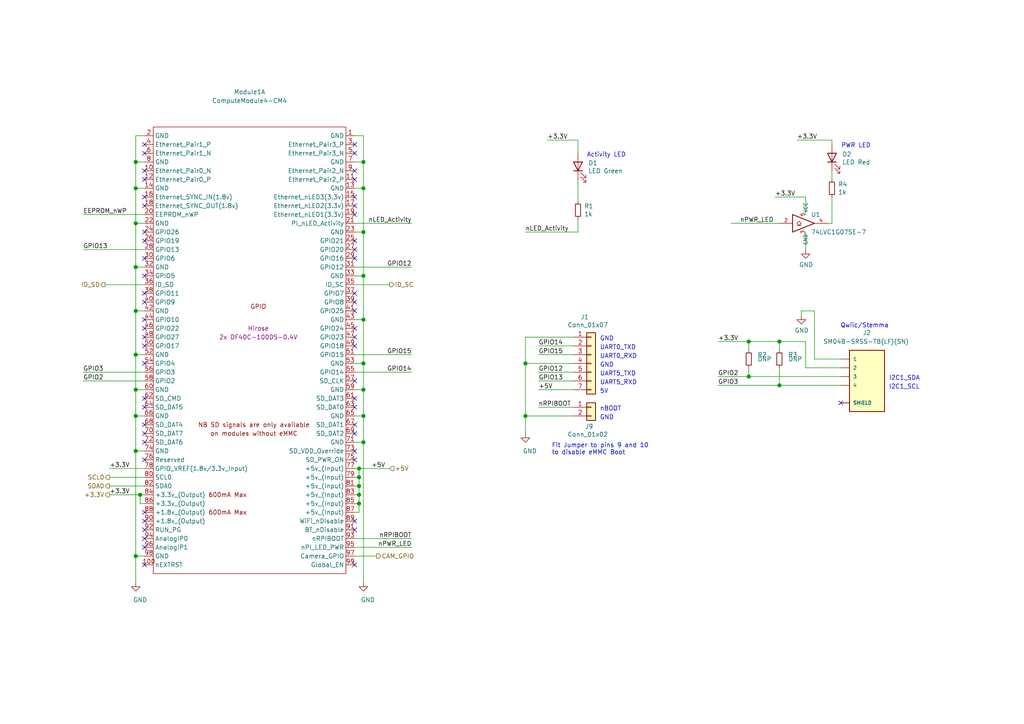
<source format=kicad_sch>
(kicad_sch (version 20210406) (generator eeschema)
  (paper "A4")
  (title_block (title "Raspberry Pi Compute Module 4 Carrier for SPIKE Prime") (date "2020-10-31") (rev "v01") (comment 2 "creativecommons.org/licenses/by-sa/4.0") (comment 3 "License: CC BY 4.0") (comment 4 "Author: Eric Wu"))
  (lib_symbols
    (symbol "CM4IO:74LVC1G07_copy"
      (property "Reference" "U" (at -2.54 3.81 0))
      (property "Value" "74LVC1G07_copy" (at 0 -3.81 0))
      (symbol "74LVC1G07_copy_0_1"
        (polyline (pts (xy -2.54 -0.635) (xy -1.27 -0.635)))
        (polyline (pts (xy -3.81 2.54) (xy -3.81 -2.54) (xy 2.54 0) (xy -3.81 2.54)) (stroke (width 0.254)))
        (polyline (pts (xy -1.905 0.635) (xy -2.54 0) (xy -1.905 -0.635) (xy -1.27 0) (xy -1.905 0.635)))
      )
      (symbol "74LVC1G07_copy_1_1"
        (pin input line (at -7.62 0 0) (length 3.81) (name "~") (number "2"))
        (pin power_in line (at 0 -2.54 270) (length 0) (name "GND") (number "3"))
        (pin open_collector line (at 6.35 0 180) (length 3.81) (name "~") (number "4"))
        (pin power_in line (at 0 2.54 90) (length 0) (name "VCC") (number "5"))
      )
    )
    (symbol "CM4IO:ComputeModule4-CM4"
      (property "Reference" "Module" (at 113.03 -68.58 0))
      (property "Value" "ComputeModule4-CM4" (at 140.97 2.54 0))
      (property "Manufacturer" "Hirose" (at 0 0 0))
      (property "MPN" "2x DF40C-100DS-0.4V" (at 0 -2.54 0))
      (property "MPN (Alt)" "2x DF40HC(3.0)-100DS-0.4V" (at 0 0 0))
      (symbol "ComputeModule4-CM4_1_0"
        (text "GPIO" (at 0 6.35 0) (effects (font (size 1.27 1.27))))
      )
      (symbol "ComputeModule4-CM4_1_1"
        (text "600mA Max" (at -8.89 -53.34 0) (effects (font (size 1.27 1.27))))
        (text "600mA Max" (at -8.89 -48.26 0) (effects (font (size 1.27 1.27))))
        (text "NB SD signals are only available" (at -1.27 -27.94 0) (effects (font (size 1.27 1.27))))
        (text "on modules without eMMC" (at -1.27 -30.48 0) (effects (font (size 1.27 1.27))))
        (rectangle (start -30.48 -71.12) (end 25.4 58.42))
        (pin power_in line (at 27.94 55.88 180) (length 2.54) (name "GND") (number "1"))
        (pin passive line (at -33.02 45.72 0) (length 2.54) (name "Ethernet_Pair0_N") (number "10"))
        (pin output line (at -33.02 -68.58 0) (length 2.54) (name "nEXTRST") (number "100"))
        (pin passive line (at 27.94 43.18 180) (length 2.54) (name "Ethernet_Pair2_P") (number "11"))
        (pin passive line (at -33.02 43.18 0) (length 2.54) (name "Ethernet_Pair0_P") (number "12"))
        (pin power_in line (at 27.94 40.64 180) (length 2.54) (name "GND") (number "13"))
        (pin power_in line (at -33.02 40.64 0) (length 2.54) (name "GND") (number "14"))
        (pin output line (at 27.94 38.1 180) (length 2.54) (name "Ethernet_nLED3(3.3v)") (number "15"))
        (pin input line (at -33.02 38.1 0) (length 2.54) (name "Ethernet_SYNC_IN(1.8v)") (number "16"))
        (pin output line (at 27.94 35.56 180) (length 2.54) (name "Ethernet_nLED2(3.3v)") (number "17"))
        (pin input line (at -33.02 35.56 0) (length 2.54) (name "Ethernet_SYNC_OUT(1.8v)") (number "18"))
        (pin output line (at 27.94 33.02 180) (length 2.54) (name "Ethernet_nLED1(3.3v)") (number "19"))
        (pin power_in line (at -33.02 55.88 0) (length 2.54) (name "GND") (number "2"))
        (pin passive line (at -33.02 33.02 0) (length 2.54) (name "EEPROM_nWP") (number "20"))
        (pin open_collector line (at 27.94 30.48 180) (length 2.54) (name "PI_nLED_Activity") (number "21"))
        (pin power_in line (at -33.02 30.48 0) (length 2.54) (name "GND") (number "22"))
        (pin power_in line (at 27.94 27.94 180) (length 2.54) (name "GND") (number "23"))
        (pin passive line (at -33.02 27.94 0) (length 2.54) (name "GPIO26") (number "24"))
        (pin passive line (at 27.94 25.4 180) (length 2.54) (name "GPIO21") (number "25"))
        (pin passive line (at -33.02 25.4 0) (length 2.54) (name "GPIO19") (number "26"))
        (pin passive line (at 27.94 22.86 180) (length 2.54) (name "GPIO20") (number "27"))
        (pin passive line (at -33.02 22.86 0) (length 2.54) (name "GPIO13") (number "28"))
        (pin passive line (at 27.94 20.32 180) (length 2.54) (name "GPIO16") (number "29"))
        (pin passive line (at 27.94 53.34 180) (length 2.54) (name "Ethernet_Pair3_P") (number "3"))
        (pin passive line (at -33.02 20.32 0) (length 2.54) (name "GPIO6") (number "30"))
        (pin passive line (at 27.94 17.78 180) (length 2.54) (name "GPIO12") (number "31"))
        (pin power_in line (at -33.02 17.78 0) (length 2.54) (name "GND") (number "32"))
        (pin power_in line (at 27.94 15.24 180) (length 2.54) (name "GND") (number "33"))
        (pin passive line (at -33.02 15.24 0) (length 2.54) (name "GPIO5") (number "34"))
        (pin passive line (at 27.94 12.7 180) (length 2.54) (name "ID_SC") (number "35"))
        (pin passive line (at -33.02 12.7 0) (length 2.54) (name "ID_SD") (number "36"))
        (pin passive line (at 27.94 10.16 180) (length 2.54) (name "GPIO7") (number "37"))
        (pin passive line (at -33.02 10.16 0) (length 2.54) (name "GPIO11") (number "38"))
        (pin passive line (at 27.94 7.62 180) (length 2.54) (name "GPIO8") (number "39"))
        (pin passive line (at -33.02 53.34 0) (length 2.54) (name "Ethernet_Pair1_P") (number "4"))
        (pin passive line (at -33.02 7.62 0) (length 2.54) (name "GPIO9") (number "40"))
        (pin passive line (at 27.94 5.08 180) (length 2.54) (name "GPIO25") (number "41"))
        (pin power_in line (at -33.02 5.08 0) (length 2.54) (name "GND") (number "42"))
        (pin power_in line (at 27.94 2.54 180) (length 2.54) (name "GND") (number "43"))
        (pin passive line (at -33.02 2.54 0) (length 2.54) (name "GPIO10") (number "44"))
        (pin passive line (at 27.94 0 180) (length 2.54) (name "GPIO24") (number "45"))
        (pin passive line (at -33.02 0 0) (length 2.54) (name "GPIO22") (number "46"))
        (pin passive line (at 27.94 -2.54 180) (length 2.54) (name "GPIO23") (number "47"))
        (pin passive line (at -33.02 -2.54 0) (length 2.54) (name "GPIO27") (number "48"))
        (pin passive line (at 27.94 -5.08 180) (length 2.54) (name "GPIO18") (number "49"))
        (pin passive line (at 27.94 50.8 180) (length 2.54) (name "Ethernet_Pair3_N") (number "5"))
        (pin passive line (at -33.02 -5.08 0) (length 2.54) (name "GPIO17") (number "50"))
        (pin passive line (at 27.94 -7.62 180) (length 2.54) (name "GPIO15") (number "51"))
        (pin power_in line (at -33.02 -7.62 0) (length 2.54) (name "GND") (number "52"))
        (pin power_in line (at 27.94 -10.16 180) (length 2.54) (name "GND") (number "53"))
        (pin passive line (at -33.02 -10.16 0) (length 2.54) (name "GPIO4") (number "54"))
        (pin passive line (at 27.94 -12.7 180) (length 2.54) (name "GPIO14") (number "55"))
        (pin passive line (at -33.02 -12.7 0) (length 2.54) (name "GPIO3") (number "56"))
        (pin passive line (at 27.94 -15.24 180) (length 2.54) (name "SD_CLK") (number "57"))
        (pin passive line (at -33.02 -15.24 0) (length 2.54) (name "GPIO2") (number "58"))
        (pin power_in line (at 27.94 -17.78 180) (length 2.54) (name "GND") (number "59"))
        (pin passive line (at -33.02 50.8 0) (length 2.54) (name "Ethernet_Pair1_N") (number "6"))
        (pin power_in line (at -33.02 -17.78 0) (length 2.54) (name "GND") (number "60"))
        (pin passive line (at 27.94 -20.32 180) (length 2.54) (name "SD_DAT3") (number "61"))
        (pin passive line (at -33.02 -20.32 0) (length 2.54) (name "SD_CMD") (number "62"))
        (pin passive line (at 27.94 -22.86 180) (length 2.54) (name "SD_DAT0") (number "63"))
        (pin passive line (at -33.02 -22.86 0) (length 2.54) (name "SD_DAT5") (number "64"))
        (pin power_in line (at 27.94 -25.4 180) (length 2.54) (name "GND") (number "65"))
        (pin power_in line (at -33.02 -25.4 0) (length 2.54) (name "GND") (number "66"))
        (pin passive line (at 27.94 -27.94 180) (length 2.54) (name "SD_DAT1") (number "67"))
        (pin passive line (at -33.02 -27.94 0) (length 2.54) (name "SD_DAT4") (number "68"))
        (pin passive line (at 27.94 -30.48 180) (length 2.54) (name "SD_DAT2") (number "69"))
        (pin power_in line (at 27.94 48.26 180) (length 2.54) (name "GND") (number "7"))
        (pin passive line (at -33.02 -30.48 0) (length 2.54) (name "SD_DAT7") (number "70"))
        (pin power_in line (at 27.94 -33.02 180) (length 2.54) (name "GND") (number "71"))
        (pin passive line (at -33.02 -33.02 0) (length 2.54) (name "SD_DAT6") (number "72"))
        (pin input line (at 27.94 -35.56 180) (length 2.54) (name "SD_VDD_Override") (number "73"))
        (pin power_in line (at -33.02 -35.56 0) (length 2.54) (name "GND") (number "74"))
        (pin output line (at 27.94 -38.1 180) (length 2.54) (name "SD_PWR_ON") (number "75"))
        (pin passive line (at -33.02 -38.1 0) (length 2.54) (name "Reserved") (number "76"))
        (pin power_in line (at 27.94 -40.64 180) (length 2.54) (name "+5v_(Input)") (number "77"))
        (pin power_in line (at -33.02 -40.64 0) (length 2.54) (name "GPIO_VREF(1.8v/3.3v_Input)") (number "78"))
        (pin power_in line (at 27.94 -43.18 180) (length 2.54) (name "+5v_(Input)") (number "79"))
        (pin power_in line (at -33.02 48.26 0) (length 2.54) (name "GND") (number "8"))
        (pin passive line (at -33.02 -43.18 0) (length 2.54) (name "SCL0") (number "80"))
        (pin power_in line (at 27.94 -45.72 180) (length 2.54) (name "+5v_(Input)") (number "81"))
        (pin passive line (at -33.02 -45.72 0) (length 2.54) (name "SDA0") (number "82"))
        (pin power_in line (at 27.94 -48.26 180) (length 2.54) (name "+5v_(Input)") (number "83"))
        (pin power_out line (at -33.02 -48.26 0) (length 2.54) (name "+3.3v_(Output)") (number "84"))
        (pin power_in line (at 27.94 -50.8 180) (length 2.54) (name "+5v_(Input)") (number "85"))
        (pin power_out line (at -33.02 -50.8 0) (length 2.54) (name "+3.3v_(Output)") (number "86"))
        (pin power_in line (at 27.94 -53.34 180) (length 2.54) (name "+5v_(Input)") (number "87"))
        (pin power_out line (at -33.02 -53.34 0) (length 2.54) (name "+1.8v_(Output)") (number "88"))
        (pin power_in line (at 27.94 -55.88 180) (length 2.54) (name "WiFi_nDisable") (number "89"))
        (pin passive line (at 27.94 45.72 180) (length 2.54) (name "Ethernet_Pair2_N") (number "9"))
        (pin power_out line (at -33.02 -55.88 0) (length 2.54) (name "+1.8v_(Output)") (number "90"))
        (pin power_in line (at 27.94 -58.42 180) (length 2.54) (name "BT_nDisable") (number "91"))
        (pin passive line (at -33.02 -58.42 0) (length 2.54) (name "RUN_PG") (number "92"))
        (pin input line (at 27.94 -60.96 180) (length 2.54) (name "nRPIBOOT") (number "93"))
        (pin passive line (at -33.02 -60.96 0) (length 2.54) (name "AnalogIP0") (number "94"))
        (pin output line (at 27.94 -63.5 180) (length 2.54) (name "nPI_LED_PWR") (number "95"))
        (pin passive line (at -33.02 -63.5 0) (length 2.54) (name "AnalogIP1") (number "96"))
        (pin passive line (at 27.94 -66.04 180) (length 2.54) (name "Camera_GPIO") (number "97"))
        (pin power_in line (at -33.02 -66.04 0) (length 2.54) (name "GND") (number "98"))
        (pin input line (at 27.94 -68.58 180) (length 2.54) (name "Global_EN") (number "99"))
      )
      (symbol "ComputeModule4-CM4_2_1"
        (text "High Speed Serial" (at 140.97 0 0) (effects (font (size 1.27 1.27))))
        (rectangle (start 114.3 -66.04) (end 165.1 63.5))
        (pin input line (at 170.18 60.96 180) (length 5.08) (name "USB_OTG_ID") (number "101"))
        (pin input line (at 109.22 60.96 0) (length 5.08) (name "PCIe_CLK_nREQ") (number "102"))
        (pin passive line (at 170.18 58.42 180) (length 5.08) (name "USB2_N") (number "103"))
        (pin passive line (at 109.22 58.42 0) (length 5.08) (name "Reserved") (number "104"))
        (pin passive line (at 170.18 55.88 180) (length 5.08) (name "USB2_P") (number "105"))
        (pin passive line (at 109.22 55.88 0) (length 5.08) (name "Reserved") (number "106"))
        (pin power_in line (at 170.18 53.34 180) (length 5.08) (name "GND") (number "107"))
        (pin power_in line (at 109.22 53.34 0) (length 5.08) (name "GND") (number "108"))
        (pin bidirectional line (at 170.18 50.8 180) (length 5.08) (name "PCIe_nRST") (number "109"))
        (pin output line (at 109.22 50.8 0) (length 5.08) (name "PCIe_CLK_P") (number "110"))
        (pin passive line (at 170.18 48.26 180) (length 5.08) (name "VDAC_COMP") (number "111"))
        (pin output line (at 109.22 48.26 0) (length 5.08) (name "PCIe_CLK_N") (number "112"))
        (pin power_in line (at 170.18 45.72 180) (length 5.08) (name "GND") (number "113"))
        (pin power_in line (at 109.22 45.72 0) (length 5.08) (name "GND") (number "114"))
        (pin input line (at 170.18 43.18 180) (length 5.08) (name "CAM1_D0_N") (number "115"))
        (pin input line (at 109.22 43.18 0) (length 5.08) (name "PCIe_RX_P") (number "116"))
        (pin input line (at 170.18 40.64 180) (length 5.08) (name "CAM1_D0_P") (number "117"))
        (pin input line (at 109.22 40.64 0) (length 5.08) (name "PCIe_RX_N") (number "118"))
        (pin power_in line (at 170.18 38.1 180) (length 5.08) (name "GND") (number "119"))
        (pin power_in line (at 109.22 38.1 0) (length 5.08) (name "GND") (number "120"))
        (pin input line (at 170.18 35.56 180) (length 5.08) (name "CAM1_D1_N") (number "121"))
        (pin output line (at 109.22 35.56 0) (length 5.08) (name "PCIe_TX_P") (number "122"))
        (pin input line (at 170.18 33.02 180) (length 5.08) (name "CAM1_D1_P") (number "123"))
        (pin output line (at 109.22 33.02 0) (length 5.08) (name "PCIe_TX_N") (number "124"))
        (pin power_in line (at 170.18 30.48 180) (length 5.08) (name "GND") (number "125"))
        (pin power_in line (at 109.22 30.48 0) (length 5.08) (name "GND") (number "126"))
        (pin input line (at 170.18 27.94 180) (length 5.08) (name "CAM1_C_N") (number "127"))
        (pin input line (at 109.22 27.94 0) (length 5.08) (name "CAM0_D0_N") (number "128"))
        (pin input line (at 170.18 25.4 180) (length 5.08) (name "CAM1_C_P") (number "129"))
        (pin input line (at 109.22 25.4 0) (length 5.08) (name "CAM0_D0_P") (number "130"))
        (pin power_in line (at 170.18 22.86 180) (length 5.08) (name "GND") (number "131"))
        (pin power_in line (at 109.22 22.86 0) (length 5.08) (name "GND") (number "132"))
        (pin input line (at 170.18 20.32 180) (length 5.08) (name "CAM1_D2_N") (number "133"))
        (pin input line (at 109.22 20.32 0) (length 5.08) (name "CAM0_D1_N") (number "134"))
        (pin input line (at 170.18 17.78 180) (length 5.08) (name "CAM1_D2_P") (number "135"))
        (pin input line (at 109.22 17.78 0) (length 5.08) (name "CAM0_D1_P") (number "136"))
        (pin power_in line (at 170.18 15.24 180) (length 5.08) (name "GND") (number "137"))
        (pin power_in line (at 109.22 15.24 0) (length 5.08) (name "GND") (number "138"))
        (pin input line (at 170.18 12.7 180) (length 5.08) (name "CAM1_D3_N") (number "139"))
        (pin input line (at 109.22 12.7 0) (length 5.08) (name "CAM0_C_N") (number "140"))
        (pin input line (at 170.18 10.16 180) (length 5.08) (name "CAM1_D3_P") (number "141"))
        (pin input line (at 109.22 10.16 0) (length 5.08) (name "CAM0_C_P") (number "142"))
        (pin input line (at 170.18 7.62 180) (length 5.08) (name "HDMI1_HOTPLUG") (number "143"))
        (pin power_in line (at 109.22 7.62 0) (length 5.08) (name "GND") (number "144"))
        (pin bidirectional line (at 170.18 5.08 180) (length 5.08) (name "HDMI1_SDA") (number "145"))
        (pin output line (at 109.22 5.08 0) (length 5.08) (name "HDMI1_TX2_P") (number "146"))
        (pin open_collector line (at 170.18 2.54 180) (length 5.08) (name "HDMI1_SCL") (number "147"))
        (pin output line (at 109.22 2.54 0) (length 5.08) (name "HDMI1_TX2_N") (number "148"))
        (pin open_collector line (at 170.18 0 180) (length 5.08) (name "HDMI1_CEC") (number "149"))
        (pin power_in line (at 109.22 0 0) (length 5.08) (name "GND") (number "150"))
        (pin open_collector line (at 170.18 -2.54 180) (length 5.08) (name "HDMI0_CEC") (number "151"))
        (pin output line (at 109.22 -2.54 0) (length 5.08) (name "HDMI1_TX1_P") (number "152"))
        (pin input line (at 170.18 -5.08 180) (length 5.08) (name "HDMI0_HOTPLUG") (number "153"))
        (pin output line (at 109.22 -5.08 0) (length 5.08) (name "HDMI1_TX1_N") (number "154"))
        (pin power_in line (at 170.18 -7.62 180) (length 5.08) (name "GND") (number "155"))
        (pin power_in line (at 109.22 -7.62 0) (length 5.08) (name "GND") (number "156"))
        (pin output line (at 170.18 -10.16 180) (length 5.08) (name "DSI0_D0_N") (number "157"))
        (pin output line (at 109.22 -10.16 0) (length 5.08) (name "HDMI1_TX0_P") (number "158"))
        (pin output line (at 170.18 -12.7 180) (length 5.08) (name "DSI0_D0_P") (number "159"))
        (pin output line (at 109.22 -12.7 0) (length 5.08) (name "HDMI1_TX0_N") (number "160"))
        (pin power_in line (at 170.18 -15.24 180) (length 5.08) (name "GND") (number "161"))
        (pin power_in line (at 109.22 -15.24 0) (length 5.08) (name "GND") (number "162"))
        (pin output line (at 170.18 -17.78 180) (length 5.08) (name "DSI0_D1_N") (number "163"))
        (pin output line (at 109.22 -17.78 0) (length 5.08) (name "HDMI1_CLK_P") (number "164"))
        (pin output line (at 170.18 -20.32 180) (length 5.08) (name "DSI0_D1_P") (number "165"))
        (pin output line (at 109.22 -20.32 0) (length 5.08) (name "HDMI1_CLK_N") (number "166"))
        (pin power_in line (at 170.18 -22.86 180) (length 5.08) (name "GND") (number "167"))
        (pin power_in line (at 109.22 -22.86 0) (length 5.08) (name "GND") (number "168"))
        (pin output line (at 170.18 -25.4 180) (length 5.08) (name "DSI0_C_N") (number "169"))
        (pin output line (at 109.22 -25.4 0) (length 5.08) (name "HDMI0_TX2_P") (number "170"))
        (pin output line (at 170.18 -27.94 180) (length 5.08) (name "DSI0_C_P") (number "171"))
        (pin output line (at 109.22 -27.94 0) (length 5.08) (name "HDMI0_TX2_N") (number "172"))
        (pin power_in line (at 170.18 -30.48 180) (length 5.08) (name "GND") (number "173"))
        (pin power_in line (at 109.22 -30.48 0) (length 5.08) (name "GND") (number "174"))
        (pin output line (at 170.18 -33.02 180) (length 5.08) (name "DSI1_D0_N") (number "175"))
        (pin output line (at 109.22 -33.02 0) (length 5.08) (name "HDMI0_TX1_P") (number "176"))
        (pin output line (at 170.18 -35.56 180) (length 5.08) (name "DSI1_D0_P") (number "177"))
        (pin output line (at 109.22 -35.56 0) (length 5.08) (name "HDMI0_TX1_N") (number "178"))
        (pin power_in line (at 170.18 -38.1 180) (length 5.08) (name "GND") (number "179"))
        (pin power_in line (at 109.22 -38.1 0) (length 5.08) (name "GND") (number "180"))
        (pin output line (at 170.18 -40.64 180) (length 5.08) (name "DSI1_D1_N") (number "181"))
        (pin output line (at 109.22 -40.64 0) (length 5.08) (name "HDMI0_TX0_P") (number "182"))
        (pin output line (at 170.18 -43.18 180) (length 5.08) (name "DSI1_D1_P") (number "183"))
        (pin output line (at 109.22 -43.18 0) (length 5.08) (name "HDMI0_TX0_N") (number "184"))
        (pin power_in line (at 170.18 -45.72 180) (length 5.08) (name "GND") (number "185"))
        (pin power_in line (at 109.22 -45.72 0) (length 5.08) (name "GND") (number "186"))
        (pin output line (at 170.18 -48.26 180) (length 5.08) (name "DSI1_C_N") (number "187"))
        (pin output line (at 109.22 -48.26 0) (length 5.08) (name "HDMI0_CLK_P") (number "188"))
        (pin output line (at 170.18 -50.8 180) (length 5.08) (name "DSI1_C_P") (number "189"))
        (pin output line (at 109.22 -50.8 0) (length 5.08) (name "HDMI0_CLK_N") (number "190"))
        (pin power_in line (at 170.18 -53.34 180) (length 5.08) (name "GND") (number "191"))
        (pin power_in line (at 109.22 -53.34 0) (length 5.08) (name "GND") (number "192"))
        (pin output line (at 170.18 -55.88 180) (length 5.08) (name "DSI1_D2_N") (number "193"))
        (pin output line (at 109.22 -55.88 0) (length 5.08) (name "DSI1_D3_N") (number "194"))
        (pin output line (at 170.18 -58.42 180) (length 5.08) (name "DSI1_D2_P") (number "195"))
        (pin output line (at 109.22 -58.42 0) (length 5.08) (name "DSI1_D3_P") (number "196"))
        (pin power_in line (at 170.18 -60.96 180) (length 5.08) (name "GND") (number "197"))
        (pin power_in line (at 109.22 -60.96 0) (length 5.08) (name "GND") (number "198"))
        (pin bidirectional line (at 170.18 -63.5 180) (length 5.08) (name "HDMI0_SDA") (number "199"))
        (pin open_collector line (at 109.22 -63.5 0) (length 5.08) (name "HDMI0_SCL") (number "200"))
      )
    )
    (symbol "Connector_Generic:Conn_01x02" (pin_names (offset 1.016) hide)
      (property "Reference" "J" (at 0 2.54 0))
      (property "Value" "Conn_01x02" (at 0 -5.08 0))
      (symbol "Conn_01x02_1_1"
        (rectangle (start -1.27 -2.413) (end 0 -2.667) (stroke (width 0.1524)))
        (rectangle (start -1.27 0.127) (end 0 -0.127) (stroke (width 0.1524)))
        (rectangle (start -1.27 1.27) (end 1.27 -3.81) (stroke (width 0.254)) (fill (type background)))
        (pin passive line (at -5.08 0 0) (length 3.81) (name "Pin_1") (number "1"))
        (pin passive line (at -5.08 -2.54 0) (length 3.81) (name "Pin_2") (number "2"))
      )
    )
    (symbol "Connector_Generic:Conn_01x07" (pin_names (offset 1.016) hide)
      (property "Reference" "J" (at 0 10.16 0))
      (property "Value" "Conn_01x07" (at 0 -10.16 0))
      (symbol "Conn_01x07_1_1"
        (rectangle (start -1.27 -7.493) (end 0 -7.747) (stroke (width 0.1524)))
        (rectangle (start -1.27 -4.953) (end 0 -5.207) (stroke (width 0.1524)))
        (rectangle (start -1.27 -2.413) (end 0 -2.667) (stroke (width 0.1524)))
        (rectangle (start -1.27 0.127) (end 0 -0.127) (stroke (width 0.1524)))
        (rectangle (start -1.27 2.667) (end 0 2.413) (stroke (width 0.1524)))
        (rectangle (start -1.27 5.207) (end 0 4.953) (stroke (width 0.1524)))
        (rectangle (start -1.27 7.747) (end 0 7.493) (stroke (width 0.1524)))
        (rectangle (start -1.27 8.89) (end 1.27 -8.89) (stroke (width 0.254)) (fill (type background)))
        (pin passive line (at -5.08 7.62 0) (length 3.81) (name "Pin_1") (number "1"))
        (pin passive line (at -5.08 5.08 0) (length 3.81) (name "Pin_2") (number "2"))
        (pin passive line (at -5.08 2.54 0) (length 3.81) (name "Pin_3") (number "3"))
        (pin passive line (at -5.08 0 0) (length 3.81) (name "Pin_4") (number "4"))
        (pin passive line (at -5.08 -2.54 0) (length 3.81) (name "Pin_5") (number "5"))
        (pin passive line (at -5.08 -5.08 0) (length 3.81) (name "Pin_6") (number "6"))
        (pin passive line (at -5.08 -7.62 0) (length 3.81) (name "Pin_7") (number "7"))
      )
    )
    (symbol "Device:LED" (pin_numbers hide) (pin_names (offset 1.016) hide)
      (property "Reference" "D" (at 0 2.54 0))
      (property "Value" "LED" (at 0 -2.54 0))
      (symbol "LED_0_1"
        (polyline (pts (xy -1.27 -1.27) (xy -1.27 1.27)) (stroke (width 0.254)))
        (polyline (pts (xy -1.27 0) (xy 1.27 0)))
        (polyline (pts (xy 1.27 -1.27) (xy 1.27 1.27) (xy -1.27 0) (xy 1.27 -1.27)) (stroke (width 0.254)))
        (polyline (pts (xy -3.048 -0.762) (xy -4.572 -2.286) (xy -3.81 -2.286) (xy -4.572 -2.286) (xy -4.572 -1.524)))
        (polyline (pts (xy -1.778 -0.762) (xy -3.302 -2.286) (xy -2.54 -2.286) (xy -3.302 -2.286) (xy -3.302 -1.524)))
      )
      (symbol "LED_1_1"
        (pin passive line (at -3.81 0 0) (length 2.54) (name "K") (number "1"))
        (pin passive line (at 3.81 0 180) (length 2.54) (name "A") (number "2"))
      )
    )
    (symbol "Device:R_Small" (pin_numbers hide) (pin_names (offset 0.254) hide)
      (property "Reference" "R" (at 0.762 0.508 0))
      (property "Value" "R_Small" (at 0.762 -1.016 0))
      (symbol "R_Small_0_1"
        (rectangle (start -0.762 1.778) (end 0.762 -1.778) (stroke (width 0.2032)))
      )
      (symbol "R_Small_1_1"
        (pin passive line (at 0 2.54 270) (length 0.762) (name "~") (number "1"))
        (pin passive line (at 0 -2.54 90) (length 0.762) (name "~") (number "2"))
      )
    )
    (symbol "SM04B-SRSS-TB_LF__SN_:SM04B-SRSS-TB(LF)(SN)" (pin_numbers hide) (pin_names (offset 1.016))
      (property "Reference" "J" (at -5.08 8.1534 0))
      (property "Value" "SM04B-SRSS-TB(LF)(SN)" (at -5.08 -11.9634 0))
      (symbol "SM04B-SRSS-TB(LF)(SN)_0_0"
        (rectangle (start -5.08 -10.16) (end 5.08 7.62) (stroke (width 0.254)) (fill (type background)))
        (pin passive line (at -7.62 5.08 0) (length 2.54) (name "1") (number "1"))
        (pin passive line (at -7.62 2.54 0) (length 2.54) (name "2") (number "2"))
        (pin passive line (at -7.62 0 0) (length 2.54) (name "3") (number "3"))
        (pin passive line (at -7.62 -2.54 0) (length 2.54) (name "4") (number "4"))
        (pin passive line (at -7.62 -7.62 0) (length 2.54) (name "SHIELD") (number "S1"))
        (pin passive line (at -7.62 -7.62 0) (length 2.54) (name "SHIELD") (number "S2"))
      )
    )
    (symbol "power:GND" (power) (pin_names (offset 0))
      (property "Value" "GND" (at 0 -3.81 0))
      (symbol "GND_0_1"
        (polyline (pts (xy 0 0) (xy 0 -1.27) (xy 1.27 -1.27) (xy 0 -2.54) (xy -1.27 -1.27) (xy 0 -1.27)))
      )
      (symbol "GND_1_1"
        (pin power_in line (at 0 0 270) (length 0) hide (name "GND") (number "1"))
      )
    )
  )
  (junction (at 39.37 46.99) (diameter 1.016))
  (junction (at 39.37 54.61) (diameter 1.016))
  (junction (at 39.37 64.77) (diameter 1.016))
  (junction (at 39.37 77.47) (diameter 1.016))
  (junction (at 39.37 90.17) (diameter 1.016))
  (junction (at 39.37 102.87) (diameter 1.016))
  (junction (at 39.37 113.03) (diameter 1.016))
  (junction (at 39.37 120.65) (diameter 1.016))
  (junction (at 39.37 130.81) (diameter 1.016))
  (junction (at 39.37 161.29) (diameter 1.016))
  (junction (at 40.64 143.51) (diameter 1.016))
  (junction (at 104.14 135.89) (diameter 1.016))
  (junction (at 104.14 138.43) (diameter 1.016))
  (junction (at 104.14 140.97) (diameter 1.016))
  (junction (at 104.14 143.51) (diameter 1.016))
  (junction (at 104.14 146.05) (diameter 1.016))
  (junction (at 105.41 46.99) (diameter 1.016))
  (junction (at 105.41 54.61) (diameter 1.016))
  (junction (at 105.41 67.31) (diameter 1.016))
  (junction (at 105.41 80.01) (diameter 1.016))
  (junction (at 105.41 92.71) (diameter 1.016))
  (junction (at 105.41 105.41) (diameter 1.016))
  (junction (at 105.41 113.03) (diameter 1.016))
  (junction (at 105.41 120.65) (diameter 1.016))
  (junction (at 105.41 128.27) (diameter 1.016))
  (junction (at 152.4 105.41) (diameter 1.016))
  (junction (at 152.4 120.65) (diameter 1.016))
  (junction (at 217.17 99.06) (diameter 1.016))
  (junction (at 217.17 109.22) (diameter 1.016))
  (junction (at 226.06 99.06) (diameter 1.016))
  (junction (at 226.06 111.76) (diameter 1.016))
  (no_connect (at 41.91 41.91))
  (no_connect (at 41.91 44.45))
  (no_connect (at 41.91 49.53))
  (no_connect (at 41.91 52.07))
  (no_connect (at 41.91 57.15))
  (no_connect (at 41.91 59.69))
  (no_connect (at 41.91 67.31))
  (no_connect (at 41.91 69.85))
  (no_connect (at 41.91 74.93))
  (no_connect (at 41.91 80.01))
  (no_connect (at 41.91 85.09))
  (no_connect (at 41.91 87.63))
  (no_connect (at 41.91 92.71))
  (no_connect (at 41.91 95.25))
  (no_connect (at 41.91 97.79))
  (no_connect (at 41.91 100.33))
  (no_connect (at 41.91 105.41))
  (no_connect (at 41.91 115.57))
  (no_connect (at 41.91 118.11))
  (no_connect (at 41.91 123.19))
  (no_connect (at 41.91 125.73))
  (no_connect (at 41.91 128.27))
  (no_connect (at 41.91 133.35))
  (no_connect (at 41.91 148.59))
  (no_connect (at 41.91 151.13))
  (no_connect (at 41.91 153.67))
  (no_connect (at 41.91 156.21))
  (no_connect (at 41.91 158.75))
  (no_connect (at 41.91 163.83))
  (no_connect (at 102.87 41.91))
  (no_connect (at 102.87 44.45))
  (no_connect (at 102.87 49.53))
  (no_connect (at 102.87 52.07))
  (no_connect (at 102.87 57.15))
  (no_connect (at 102.87 59.69))
  (no_connect (at 102.87 62.23))
  (no_connect (at 102.87 69.85))
  (no_connect (at 102.87 72.39))
  (no_connect (at 102.87 74.93))
  (no_connect (at 102.87 85.09))
  (no_connect (at 102.87 87.63))
  (no_connect (at 102.87 90.17))
  (no_connect (at 102.87 95.25))
  (no_connect (at 102.87 97.79))
  (no_connect (at 102.87 100.33))
  (no_connect (at 102.87 110.49))
  (no_connect (at 102.87 115.57))
  (no_connect (at 102.87 118.11))
  (no_connect (at 102.87 123.19))
  (no_connect (at 102.87 125.73))
  (no_connect (at 102.87 130.81))
  (no_connect (at 102.87 133.35))
  (no_connect (at 102.87 151.13))
  (no_connect (at 102.87 153.67))
  (no_connect (at 102.87 163.83))
  (no_connect (at 243.84 116.84))
  (wire (pts (xy 24.13 62.23) (xy 41.91 62.23)))
  (wire (pts (xy 24.13 72.39) (xy 41.91 72.39)))
  (wire (pts (xy 24.13 107.95) (xy 41.91 107.95)))
  (wire (pts (xy 24.13 110.49) (xy 41.91 110.49)))
  (wire (pts (xy 30.48 82.55) (xy 41.91 82.55)))
  (wire (pts (xy 31.75 135.89) (xy 41.91 135.89)))
  (wire (pts (xy 31.75 138.43) (xy 41.91 138.43)))
  (wire (pts (xy 31.75 140.97) (xy 41.91 140.97)))
  (wire (pts (xy 31.75 143.51) (xy 40.64 143.51)))
  (wire (pts (xy 39.37 39.37) (xy 39.37 46.99)))
  (wire (pts (xy 39.37 46.99) (xy 39.37 54.61)))
  (wire (pts (xy 39.37 46.99) (xy 41.91 46.99)))
  (wire (pts (xy 39.37 54.61) (xy 39.37 64.77)))
  (wire (pts (xy 39.37 54.61) (xy 41.91 54.61)))
  (wire (pts (xy 39.37 64.77) (xy 39.37 77.47)))
  (wire (pts (xy 39.37 64.77) (xy 41.91 64.77)))
  (wire (pts (xy 39.37 77.47) (xy 39.37 90.17)))
  (wire (pts (xy 39.37 77.47) (xy 41.91 77.47)))
  (wire (pts (xy 39.37 90.17) (xy 39.37 102.87)))
  (wire (pts (xy 39.37 90.17) (xy 41.91 90.17)))
  (wire (pts (xy 39.37 102.87) (xy 39.37 113.03)))
  (wire (pts (xy 39.37 102.87) (xy 41.91 102.87)))
  (wire (pts (xy 39.37 113.03) (xy 39.37 120.65)))
  (wire (pts (xy 39.37 113.03) (xy 41.91 113.03)))
  (wire (pts (xy 39.37 120.65) (xy 39.37 130.81)))
  (wire (pts (xy 39.37 120.65) (xy 41.91 120.65)))
  (wire (pts (xy 39.37 130.81) (xy 39.37 161.29)))
  (wire (pts (xy 39.37 130.81) (xy 41.91 130.81)))
  (wire (pts (xy 39.37 161.29) (xy 39.37 168.91)))
  (wire (pts (xy 39.37 161.29) (xy 41.91 161.29)))
  (wire (pts (xy 40.64 143.51) (xy 41.91 143.51)))
  (wire (pts (xy 40.64 146.05) (xy 40.64 143.51)))
  (wire (pts (xy 41.91 39.37) (xy 39.37 39.37)))
  (wire (pts (xy 41.91 146.05) (xy 40.64 146.05)))
  (wire (pts (xy 102.87 39.37) (xy 105.41 39.37)))
  (wire (pts (xy 102.87 46.99) (xy 105.41 46.99)))
  (wire (pts (xy 102.87 54.61) (xy 105.41 54.61)))
  (wire (pts (xy 102.87 64.77) (xy 119.38 64.77)))
  (wire (pts (xy 102.87 67.31) (xy 105.41 67.31)))
  (wire (pts (xy 102.87 77.47) (xy 119.38 77.47)))
  (wire (pts (xy 102.87 80.01) (xy 105.41 80.01)))
  (wire (pts (xy 102.87 82.55) (xy 113.03 82.55)))
  (wire (pts (xy 102.87 92.71) (xy 105.41 92.71)))
  (wire (pts (xy 102.87 102.87) (xy 119.38 102.87)))
  (wire (pts (xy 102.87 105.41) (xy 105.41 105.41)))
  (wire (pts (xy 102.87 107.95) (xy 119.38 107.95)))
  (wire (pts (xy 102.87 113.03) (xy 105.41 113.03)))
  (wire (pts (xy 102.87 120.65) (xy 105.41 120.65)))
  (wire (pts (xy 102.87 128.27) (xy 105.41 128.27)))
  (wire (pts (xy 102.87 135.89) (xy 104.14 135.89)))
  (wire (pts (xy 102.87 138.43) (xy 104.14 138.43)))
  (wire (pts (xy 102.87 140.97) (xy 104.14 140.97)))
  (wire (pts (xy 102.87 143.51) (xy 104.14 143.51)))
  (wire (pts (xy 102.87 146.05) (xy 104.14 146.05)))
  (wire (pts (xy 102.87 148.59) (xy 104.14 148.59)))
  (wire (pts (xy 102.87 156.21) (xy 119.38 156.21)))
  (wire (pts (xy 102.87 158.75) (xy 119.38 158.75)))
  (wire (pts (xy 102.87 161.29) (xy 109.22 161.29)))
  (wire (pts (xy 104.14 135.89) (xy 113.03 135.89)))
  (wire (pts (xy 104.14 138.43) (xy 104.14 135.89)))
  (wire (pts (xy 104.14 140.97) (xy 104.14 138.43)))
  (wire (pts (xy 104.14 143.51) (xy 104.14 140.97)))
  (wire (pts (xy 104.14 146.05) (xy 104.14 143.51)))
  (wire (pts (xy 104.14 148.59) (xy 104.14 146.05)))
  (wire (pts (xy 105.41 39.37) (xy 105.41 46.99)))
  (wire (pts (xy 105.41 46.99) (xy 105.41 54.61)))
  (wire (pts (xy 105.41 54.61) (xy 105.41 67.31)))
  (wire (pts (xy 105.41 67.31) (xy 105.41 80.01)))
  (wire (pts (xy 105.41 80.01) (xy 105.41 92.71)))
  (wire (pts (xy 105.41 92.71) (xy 105.41 105.41)))
  (wire (pts (xy 105.41 105.41) (xy 105.41 113.03)))
  (wire (pts (xy 105.41 113.03) (xy 105.41 120.65)))
  (wire (pts (xy 105.41 120.65) (xy 105.41 128.27)))
  (wire (pts (xy 105.41 128.27) (xy 105.41 168.91)))
  (wire (pts (xy 152.4 67.31) (xy 167.64 67.31)))
  (wire (pts (xy 152.4 97.79) (xy 166.37 97.79)))
  (wire (pts (xy 152.4 105.41) (xy 152.4 97.79)))
  (wire (pts (xy 152.4 105.41) (xy 152.4 120.65)))
  (wire (pts (xy 152.4 105.41) (xy 166.37 105.41)))
  (wire (pts (xy 152.4 120.65) (xy 152.4 125.73)))
  (wire (pts (xy 152.4 120.65) (xy 166.37 120.65)))
  (wire (pts (xy 156.21 100.33) (xy 166.37 100.33)))
  (wire (pts (xy 156.21 102.87) (xy 166.37 102.87)))
  (wire (pts (xy 156.21 107.95) (xy 166.37 107.95)))
  (wire (pts (xy 156.21 110.49) (xy 166.37 110.49)))
  (wire (pts (xy 156.21 113.03) (xy 166.37 113.03)))
  (wire (pts (xy 156.21 118.11) (xy 166.37 118.11)))
  (wire (pts (xy 158.75 40.64) (xy 167.64 40.64)))
  (wire (pts (xy 167.64 44.45) (xy 167.64 40.64)))
  (wire (pts (xy 167.64 52.07) (xy 167.64 58.42)))
  (wire (pts (xy 167.64 63.5) (xy 167.64 67.31)))
  (wire (pts (xy 208.28 99.06) (xy 217.17 99.06)))
  (wire (pts (xy 208.28 109.22) (xy 217.17 109.22)))
  (wire (pts (xy 208.28 111.76) (xy 226.06 111.76)))
  (wire (pts (xy 212.09 64.77) (xy 226.06 64.77)))
  (wire (pts (xy 217.17 99.06) (xy 217.17 101.6)))
  (wire (pts (xy 217.17 99.06) (xy 226.06 99.06)))
  (wire (pts (xy 217.17 106.68) (xy 217.17 109.22)))
  (wire (pts (xy 217.17 109.22) (xy 243.84 109.22)))
  (wire (pts (xy 226.06 99.06) (xy 226.06 101.6)))
  (wire (pts (xy 226.06 99.06) (xy 233.68 99.06)))
  (wire (pts (xy 226.06 106.68) (xy 226.06 111.76)))
  (wire (pts (xy 226.06 111.76) (xy 243.84 111.76)))
  (wire (pts (xy 231.14 40.64) (xy 241.3 40.64)))
  (wire (pts (xy 232.41 90.17) (xy 236.22 90.17)))
  (wire (pts (xy 232.41 91.44) (xy 232.41 90.17)))
  (wire (pts (xy 233.68 57.15) (xy 224.79 57.15)))
  (wire (pts (xy 233.68 62.23) (xy 233.68 57.15)))
  (wire (pts (xy 233.68 67.31) (xy 233.68 72.39)))
  (wire (pts (xy 233.68 106.68) (xy 233.68 99.06)))
  (wire (pts (xy 236.22 90.17) (xy 236.22 104.14)))
  (wire (pts (xy 236.22 104.14) (xy 243.84 104.14)))
  (wire (pts (xy 241.3 41.91) (xy 241.3 40.64)))
  (wire (pts (xy 241.3 49.53) (xy 241.3 52.07)))
  (wire (pts (xy 241.3 57.15) (xy 241.3 64.77)))
  (wire (pts (xy 241.3 64.77) (xy 240.03 64.77)))
  (wire (pts (xy 243.84 106.68) (xy 233.68 106.68)))
  (text "Fit Jumper to pins 9 and 10 \nto disable eMMC Boot" (at 160.02 132.08 0) (effects (font (size 1.27 1.27)) (justify left bottom)))
  (text "Activity LED" (at 170.18 45.72 0) (effects (font (size 1.27 1.27)) (justify left bottom)))
  (text "GND" (at 173.99 99.06 0) (effects (font (size 1.27 1.27)) (justify left bottom)))
  (text "UART0_TXD" (at 173.99 101.6 0) (effects (font (size 1.27 1.27)) (justify left bottom)))
  (text "UART0_RXD" (at 173.99 104.14 0) (effects (font (size 1.27 1.27)) (justify left bottom)))
  (text "GND" (at 173.99 106.68 0) (effects (font (size 1.27 1.27)) (justify left bottom)))
  (text "UART5_TXD" (at 173.99 109.22 0) (effects (font (size 1.27 1.27)) (justify left bottom)))
  (text "UART5_RXD" (at 173.99 111.76 0) (effects (font (size 1.27 1.27)) (justify left bottom)))
  (text "5V" (at 173.99 114.3 0) (effects (font (size 1.27 1.27)) (justify left bottom)))
  (text "nBOOT" (at 173.99 119.38 0) (effects (font (size 1.27 1.27)) (justify left bottom)))
  (text "GND" (at 173.99 121.92 0) (effects (font (size 1.27 1.27)) (justify left bottom)))
  (text "PWR LED" (at 243.967 43.053 0) (effects (font (size 1.27 1.27)) (justify left bottom)))
  (text "Qwiic/Stemma" (at 257.81 95.25 180) (effects (font (size 1.27 1.27)) (justify right bottom)))
  (text "I2C1_SDA" (at 257.81 110.49 0) (effects (font (size 1.27 1.27)) (justify left bottom)))
  (text "I2C1_SCL" (at 257.81 113.03 0) (effects (font (size 1.27 1.27)) (justify left bottom)))
  (label "EEPROM_nWP" (at 24.13 62.23 0))
  (label "GPIO13" (at 24.13 72.39 0))
  (label "GPIO3" (at 24.13 107.95 0))
  (label "GPIO2" (at 24.13 110.49 0))
  (label "+3.3V" (at 31.75 135.89 0))
  (label "+3.3V" (at 31.75 143.51 0))
  (label "+5V" (at 111.76 135.89 180))
  (label "nLED_Activity" (at 119.38 64.77 180))
  (label "GPIO12" (at 119.38 77.47 180))
  (label "GPIO15" (at 119.38 102.87 180))
  (label "GPIO14" (at 119.38 107.95 180))
  (label "nRPIBOOT" (at 119.38 156.21 180))
  (label "nPWR_LED" (at 119.38 158.75 180))
  (label "nLED_Activity" (at 152.4 67.31 0))
  (label "GPIO14" (at 156.21 100.33 0))
  (label "GPIO15" (at 156.21 102.87 0))
  (label "GPIO12" (at 156.21 107.95 0))
  (label "GPIO13" (at 156.21 110.49 0))
  (label "+5V" (at 156.21 113.03 0))
  (label "nRPIBOOT" (at 156.21 118.11 0))
  (label "+3.3V" (at 158.75 40.64 0))
  (label "+3.3V" (at 208.28 99.06 0))
  (label "GPIO2" (at 208.28 109.22 0))
  (label "GPIO3" (at 208.28 111.76 0))
  (label "nPWR_LED" (at 214.63 64.77 0))
  (label "+3.3V" (at 224.79 57.15 0))
  (label "+3.3V" (at 231.14 40.64 0))
  (hierarchical_label "ID_SD" (shape output) (at 30.48 82.55 180))
  (hierarchical_label "SCL0" (shape output) (at 31.75 138.43 180))
  (hierarchical_label "SDA0" (shape output) (at 31.75 140.97 180))
  (hierarchical_label "+3.3V" (shape output) (at 31.75 143.51 180))
  (hierarchical_label "CAM_GPIO" (shape output) (at 109.22 161.29 0))
  (hierarchical_label "ID_SC" (shape output) (at 113.03 82.55 0))
  (hierarchical_label "+5V" (shape input) (at 113.03 135.89 0))
  (symbol (lib_id "power:GND") (at 39.37 168.91 0) (unit 1)
    (property "Reference" "#PWR01" (effects hide))
    (property "Value" "GND" (at 40.64 173.99 0))
  )
  (symbol (lib_id "power:GND") (at 105.41 168.91 0) (unit 1)
    (property "Reference" "#PWR02" (effects hide))
    (property "Value" "GND" (at 106.68 173.99 0))
  )
  (symbol (lib_id "power:GND") (at 152.4 125.73 0) (unit 1)
    (property "Reference" "#PWR0101" (effects hide))
    (property "Value" "GND" (at 153.67 130.81 0))
  )
  (symbol (lib_id "power:GND") (at 232.41 91.44 0) (unit 1)
    (property "Reference" "#PWR0103" (effects hide))
    (property "Value" "GND" (at 232.537 95.8342 0))
  )
  (symbol (lib_id "power:GND") (at 233.68 72.39 0) (unit 1)
    (property "Reference" "#PWR0104" (effects hide))
    (property "Value" "GND" (at 233.807 76.7842 0))
  )
  (symbol (lib_id "Device:R_Small") (at 167.64 60.96 0) (unit 1)
    (property "Reference" "R1" (at 169.418 59.7916 0) (effects (justify left)))
    (property "Value" "1k" (at 169.418 62.103 0) (effects (justify left)))
    (property "Footprint" "Resistor_SMD:R_0603_1608Metric" (effects hide))
    (property "Manufacturer" "Yageo" (effects hide))
    (property "MPN" "RC0603FR-071KL" (effects hide))
    (property "Digi-Key_PN" "311-1.00KHRCT-ND" (effects hide))
  )
  (symbol (lib_id "Device:R_Small") (at 217.17 104.14 0) (unit 1)
    (property "Reference" "R2" (at 219.71 102.87 0) (effects (justify left)))
    (property "Value" "DNP" (at 219.71 104.14 0) (effects (justify left)))
    (property "Footprint" "Resistor_SMD:R_0805_2012Metric" (effects hide))
  )
  (symbol (lib_id "Device:R_Small") (at 226.06 104.14 0) (unit 1)
    (property "Reference" "R3" (at 228.6 102.87 0) (effects (justify left)))
    (property "Value" "DNP" (at 228.6 104.14 0) (effects (justify left)))
    (property "Footprint" "Resistor_SMD:R_0805_2012Metric" (effects hide))
  )
  (symbol (lib_id "Device:R_Small") (at 241.3 54.61 0) (unit 1)
    (property "Reference" "R4" (at 243.078 53.4416 0) (effects (justify left)))
    (property "Value" "1k" (at 243.078 55.753 0) (effects (justify left)))
    (property "Footprint" "Resistor_SMD:R_0603_1608Metric" (effects hide))
    (property "Manufacturer" "Yageo" (effects hide))
    (property "MPN" "RC0603FR-071KL" (effects hide))
    (property "Digi-Key_PN" "311-1.00KHRCT-ND" (effects hide))
  )
  (symbol (lib_id "Device:LED") (at 167.64 48.26 90) (unit 1)
    (property "Reference" "D1" (at 170.6118 47.2694 90) (effects (justify right)))
    (property "Value" "LED Green" (at 170.6118 49.5808 90) (effects (justify right)))
    (property "Footprint" "LED_SMD:LED_0603_1608Metric" (effects hide))
    (property "Part Description" "	Green 572nm LED Indication - Discrete 2.2V 2-SMD, No Lead" (effects hide))
    (property "Manufacturer" "Lite-On Inc." (effects hide))
    (property "MPN" "LTST-S270KGKT" (effects hide))
    (property "Digi-Key_PN" "160-1478-1-ND" (effects hide))
  )
  (symbol (lib_id "Device:LED") (at 241.3 45.72 90) (unit 1)
    (property "Reference" "D2" (at 244.2718 44.7294 90) (effects (justify right)))
    (property "Value" "LED Red" (at 244.2718 47.0408 90) (effects (justify right)))
    (property "Footprint" "LED_SMD:LED_0603_1608Metric" (effects hide))
    (property "Part Description" "	Red 620nm LED Indication - Discrete 2.2V 2-SMD, No Lead" (effects hide))
    (property "Manufacturer" "Lite-On Inc." (effects hide))
    (property "MPN" "LTST-S270KRKT" (effects hide))
    (property "Digi-Key_PN" "160-1479-1-ND" (effects hide))
  )
  (symbol (lib_id "Connector_Generic:Conn_01x02") (at 171.45 118.11 0) (unit 1)
    (property "Reference" "J9" (at 169.6721 123.6991 0) (effects (justify left)))
    (property "Value" "Conn_01x02" (at 164.5921 125.9978 0) (effects (justify left)))
    (property "Footprint" "Connector_PinHeader_2.54mm:PinHeader_1x02_P2.54mm_Horizontal" (effects hide))
  )
  (symbol (lib_id "CM4IO:74LVC1G07_copy") (at 233.68 64.77 0) (unit 1)
    (property "Reference" "U1" (at 235.204 62.23 0) (effects (justify left)))
    (property "Value" "74LVC1G07SE-7" (at 235.204 67.31 0) (effects (justify left)))
    (property "Footprint" "Package_TO_SOT_SMD:SOT-353_SC-70-5" (effects hide))
    (property "Datasheet" "http://www.ti.com/lit/sg/scyt129e/scyt129e.pdf" (effects hide))
    (property "Part Description" "Buffer, Non-Inverting 1 Element 1 Bit per Element Open Drain Output SOT-353" (effects hide))
    (property "Manufacturer" "Diodes Incorporated" (effects hide))
    (property "MPN" "74LVC1G07SE-7" (effects hide))
    (property "Digi-Key_PN" "74LVC1G07SE-7DICT-ND" (effects hide))
  )
  (symbol (lib_id "Connector_Generic:Conn_01x07") (at 171.45 105.41 0) (unit 1)
    (property "Reference" "J1" (at 168.4021 91.9491 0) (effects (justify left)))
    (property "Value" "Conn_01x07" (at 164.5921 94.2478 0) (effects (justify left)))
    (property "Footprint" "Connector_PinHeader_2.54mm:PinHeader_1x07_P2.54mm_Horizontal" (effects hide))
  )
  (symbol (lib_id "SM04B-SRSS-TB_LF__SN_:SM04B-SRSS-TB(LF)(SN)") (at 251.46 109.22 0) (unit 1)
    (property "Reference" "J2" (at 250.19 96.52 0) (effects (justify left)))
    (property "Value" "SM04B-SRSS-TB(LF)(SN)" (at 238.76 99.06 0) (effects (justify left)))
    (property "Footprint" "SM04B-SRSS-TB_LF__SN_:JST_SM04B-SRSS-TB(LF)(SN)" (effects hide))
    (property "STANDARD" "Manufacturer recommendations" (effects hide))
    (property "Manufacturer" "JST Sales America Inc." (effects hide))
    (property "MPN" "SM04B-SRSS-TB(LF)(SN)" (effects hide))
    (property "Digi-Key_PN" "455-1804-1-ND" (effects hide))
  )
  (symbol (lib_id "CM4IO:ComputeModule4-CM4") (at 74.93 95.25 0) (unit 1)
    (property "Reference" "Module1" (at 72.39 26.67 0))
    (property "Value" "ComputeModule4-CM4" (at 72.39 29.21 0))
    (property "Footprint" "CM4IO:Raspberry-Pi-4-Compute-Module" (effects hide))
    (property "Manufacturer" "Hirose" (at 74.93 95.25 0))
    (property "MPN" "2x DF40C-100DS-0.4V" (at 74.93 97.79 0))
    (property "Digi-Key_PN" "2x H11615CT-ND" (effects hide))
    (property "Digi-Key_PN (Alt)" "2x H124602CT-ND" (effects hide))
  )
)
</source>
